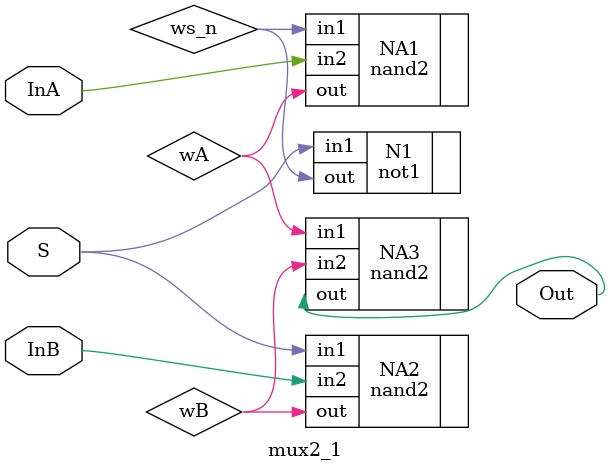
<source format=v>
/*
    CS/ECE 552 Spring '19
    Homework #3, Problem 1

    2-1 mux template
    InA is selected when S is 0
    InB is selected when S is 1
*/
module mux2_1(InA, InB, S, Out);
    input   InA, InB;
    input   S;
    output  Out;
    wire    ws_n, wA, wB;
    // YOUR CODE HERE
    
    not1  N1(.in1(S), .out(ws_n));
    nand2 NA1(.in1(ws_n), .in2(InA), .out(wA));
    nand2 NA2(.in1(S), .in2(InB), .out(wB));
    nand2 NA3(.in1(wA), .in2(wB), .out(Out));   

endmodule

</source>
